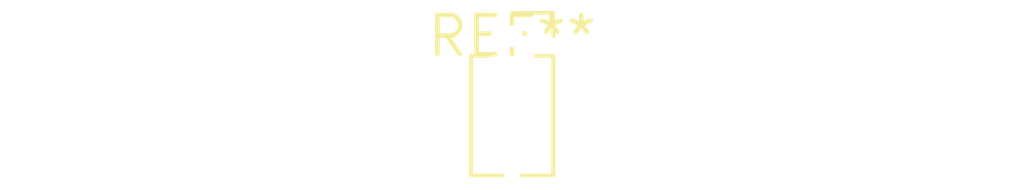
<source format=kicad_pcb>
(kicad_pcb (version 20240108) (generator pcbnew)
  (layers (0 "F.Cu" signal) (31 "B.Cu" signal) (34 "B.Paste" user) (35 "F.Paste" user) (36 "B.SilkS" user "B.Silkscreen") (37 "F.SilkS" user "F.Silkscreen") (38 "B.Mask" user) (39 "F.Mask" user) (44 "Edge.Cuts" user))
  (net 0 "")
  (footprint "PinSocket_1x04_P1.27mm_Vertical" (layer "F.Cu") (at 0 0)
    (property "Reference" "REF**")
    (property "Value" "PinSocket_1x04_P1.27mm_Vertical")
    (fp_line (start -1.33 0.635) (end -1.33 4.505) (layer "F.SilkS") (stroke (width 0.12)))
    (fp_line (start -1.33 0.635) (end -0.76 0.635) (layer "F.SilkS") (stroke (width 0.12)))
    (fp_line (start -1.33 4.505) (end -0.30753 4.505) (layer "F.SilkS") (stroke (width 0.12)))
    (fp_line (start 0 -0.76) (end 1.33 -0.76) (layer "F.SilkS") (stroke (width 0.12)))
    (fp_line (start 0.30753 4.505) (end 1.33 4.505) (layer "F.SilkS") (stroke (width 0.12)))
    (fp_line (start 0.76 0.635) (end 1.33 0.635) (layer "F.SilkS") (stroke (width 0.12)))
    (fp_line (start 1.33 -0.76) (end 1.33 0) (layer "F.SilkS") (stroke (width 0.12)))
    (fp_line (start 1.33 0.635) (end 1.33 4.505) (layer "F.SilkS") (stroke (width 0.12)))
    (pad "1" thru_hole rect (at 0 0) (size 1 1) (drill 0.7) (layers *.Cu *.Mask) (remove_unused_layers))
    (pad "2" thru_hole oval (at 0 1.27) (size 1 1) (drill 0.7) (layers *.Cu *.Mask) (remove_unused_layers))
    (pad "3" thru_hole oval (at 0 2.54) (size 1 1) (drill 0.7) (layers *.Cu *.Mask) (remove_unused_layers))
    (pad "4" thru_hole oval (at 0 3.81) (size 1 1) (drill 0.7) (layers *.Cu *.Mask) (remove_unused_layers))
  )
)
</source>
